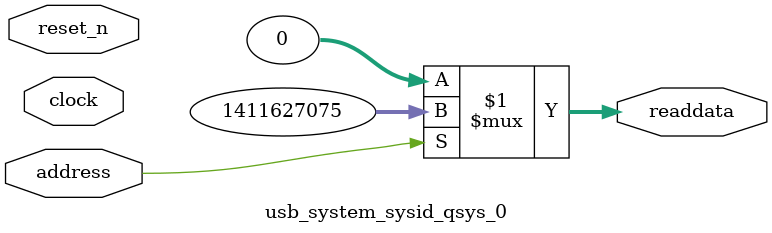
<source format=v>
module usb_system_sysid_qsys_0 (
                address,
                clock,
                reset_n,
                readdata
             )
;
  output  [ 31: 0] readdata;
  input            address;
  input            clock;
  input            reset_n;
  wire    [ 31: 0] readdata;
  assign readdata = address ? 1411627075 : 0;
endmodule
</source>
